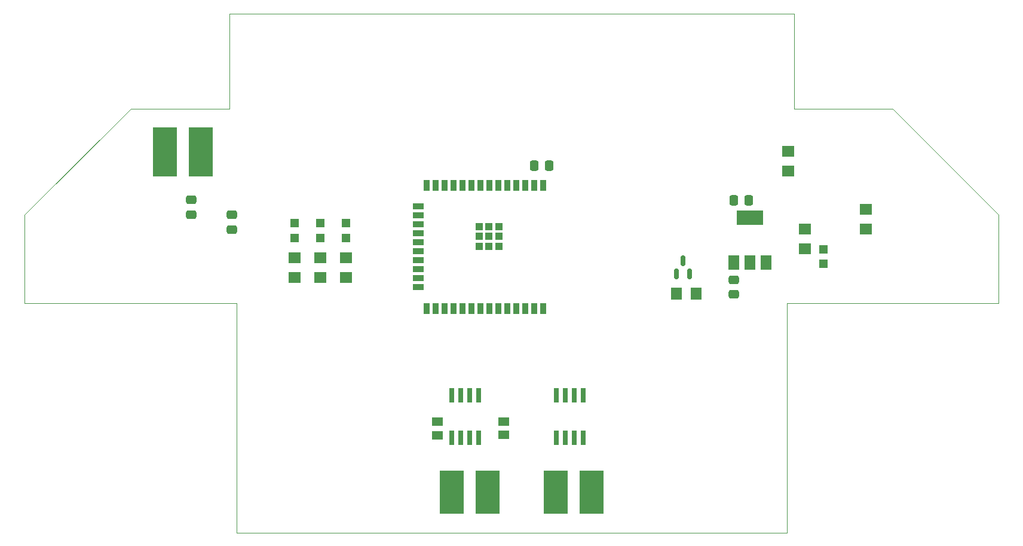
<source format=gbr>
%TF.GenerationSoftware,KiCad,Pcbnew,(7.0.0)*%
%TF.CreationDate,2023-10-30T21:57:29-03:00*%
%TF.ProjectId,Main_Board_COYOTE_TB67H451AFNG,4d61696e-5f42-46f6-9172-645f434f594f,rev?*%
%TF.SameCoordinates,Original*%
%TF.FileFunction,Paste,Top*%
%TF.FilePolarity,Positive*%
%FSLAX46Y46*%
G04 Gerber Fmt 4.6, Leading zero omitted, Abs format (unit mm)*
G04 Created by KiCad (PCBNEW (7.0.0)) date 2023-10-30 21:57:29*
%MOMM*%
%LPD*%
G01*
G04 APERTURE LIST*
G04 Aperture macros list*
%AMRoundRect*
0 Rectangle with rounded corners*
0 $1 Rounding radius*
0 $2 $3 $4 $5 $6 $7 $8 $9 X,Y pos of 4 corners*
0 Add a 4 corners polygon primitive as box body*
4,1,4,$2,$3,$4,$5,$6,$7,$8,$9,$2,$3,0*
0 Add four circle primitives for the rounded corners*
1,1,$1+$1,$2,$3*
1,1,$1+$1,$4,$5*
1,1,$1+$1,$6,$7*
1,1,$1+$1,$8,$9*
0 Add four rect primitives between the rounded corners*
20,1,$1+$1,$2,$3,$4,$5,0*
20,1,$1+$1,$4,$5,$6,$7,0*
20,1,$1+$1,$6,$7,$8,$9,0*
20,1,$1+$1,$8,$9,$2,$3,0*%
G04 Aperture macros list end*
%ADD10R,3.500000X6.160000*%
%ADD11R,3.500000X6.180000*%
%ADD12R,1.198880X1.198880*%
%ADD13R,0.900000X1.500000*%
%ADD14R,1.500000X0.900000*%
%ADD15R,1.000000X1.000000*%
%ADD16R,1.498600X1.300480*%
%ADD17RoundRect,0.250000X0.475000X-0.337500X0.475000X0.337500X-0.475000X0.337500X-0.475000X-0.337500X0*%
%ADD18R,1.500000X2.000000*%
%ADD19R,3.800000X2.000000*%
%ADD20RoundRect,0.250000X0.337500X0.475000X-0.337500X0.475000X-0.337500X-0.475000X0.337500X-0.475000X0*%
%ADD21R,1.803400X1.600200*%
%ADD22RoundRect,0.250000X-0.475000X0.337500X-0.475000X-0.337500X0.475000X-0.337500X0.475000X0.337500X0*%
%ADD23R,1.600200X1.803400*%
%ADD24R,3.500000X7.000000*%
%ADD25R,0.711200X2.000000*%
%ADD26RoundRect,0.150000X0.150000X-0.587500X0.150000X0.587500X-0.150000X0.587500X-0.150000X-0.587500X0*%
%TA.AperFunction,Profile*%
%ADD27C,0.100000*%
%TD*%
G04 APERTURE END LIST*
D10*
%TO.C,J6*%
X139799999Y-139209999D03*
D11*
X144879999Y-139199999D03*
%TD*%
D12*
%TO.C,D1*%
X117522499Y-101110979D03*
X117522499Y-103209019D03*
%TD*%
%TO.C,D3*%
X124822499Y-101110979D03*
X124822499Y-103209019D03*
%TD*%
D13*
%TO.C,U3*%
X152773749Y-95704999D03*
X151503749Y-95704999D03*
X150233749Y-95704999D03*
X148963749Y-95704999D03*
X147693749Y-95704999D03*
X146423749Y-95704999D03*
X145153749Y-95704999D03*
X143883749Y-95704999D03*
X142613749Y-95704999D03*
X141343749Y-95704999D03*
X140073749Y-95704999D03*
X138803749Y-95704999D03*
X137533749Y-95704999D03*
X136263749Y-95704999D03*
D14*
X135013749Y-98744999D03*
X135013749Y-100014999D03*
X135013749Y-101284999D03*
X135013749Y-102554999D03*
X135013749Y-103824999D03*
X135013749Y-105094999D03*
X135013749Y-106364999D03*
X135013749Y-107634999D03*
X135013749Y-108904999D03*
X135013749Y-110174999D03*
D13*
X136263749Y-113204999D03*
X137533749Y-113204999D03*
X138803749Y-113204999D03*
X140073749Y-113204999D03*
X141343749Y-113204999D03*
X142613749Y-113204999D03*
X143883749Y-113204999D03*
X145153749Y-113204999D03*
X146423749Y-113204999D03*
X147693749Y-113204999D03*
X148963749Y-113204999D03*
X150233749Y-113204999D03*
X151503749Y-113204999D03*
X152773749Y-113204999D03*
D15*
X146453749Y-101554999D03*
X145053749Y-101554999D03*
X143653749Y-101554999D03*
X146453749Y-102954999D03*
X145053749Y-102954999D03*
X143653749Y-102954999D03*
X146453749Y-104354999D03*
X145053749Y-104354999D03*
X143653749Y-104354999D03*
%TD*%
D12*
%TO.C,D4*%
X192469999Y-106875039D03*
X192469999Y-104776999D03*
%TD*%
D16*
%TO.C,C10*%
X137719999Y-131092499D03*
X137719999Y-129187499D03*
%TD*%
D17*
%TO.C,C6*%
X108642500Y-101985000D03*
X108642500Y-99910000D03*
%TD*%
D18*
%TO.C,U1*%
X179719999Y-106649999D03*
X182019999Y-106649999D03*
D19*
X182019999Y-100349999D03*
D18*
X184319999Y-106649999D03*
%TD*%
D20*
%TO.C,C8*%
X153578750Y-92926250D03*
X151503750Y-92926250D03*
%TD*%
D21*
%TO.C,R2*%
X187482499Y-90932999D03*
X187482499Y-93726999D03*
%TD*%
D22*
%TO.C,C3*%
X102880000Y-97777500D03*
X102880000Y-99852500D03*
%TD*%
D23*
%TO.C,R6*%
X171602999Y-111099999D03*
X174396999Y-111099999D03*
%TD*%
D24*
%TO.C,J2*%
X99179999Y-90959999D03*
X104259999Y-90959999D03*
%TD*%
D21*
%TO.C,R1*%
X198472499Y-99130999D03*
X198472499Y-101924999D03*
%TD*%
%TO.C,R3*%
X117522499Y-108777999D03*
X117522499Y-105983999D03*
%TD*%
D25*
%TO.C,U4*%
X158379999Y-125439999D03*
X157109999Y-125439999D03*
X155839999Y-125439999D03*
X154569999Y-125439999D03*
X154569999Y-131439999D03*
X155839999Y-131439999D03*
X157109999Y-131439999D03*
X158379999Y-131439999D03*
%TD*%
D17*
%TO.C,C2*%
X179720000Y-111167500D03*
X179720000Y-109092500D03*
%TD*%
D10*
%TO.C,J5*%
X154543320Y-139209999D03*
X159623320Y-139209999D03*
%TD*%
D26*
%TO.C,Q1*%
X171603000Y-108297500D03*
X173503000Y-108297500D03*
X172553000Y-106422500D03*
%TD*%
D16*
%TO.C,C9*%
X147169999Y-131082499D03*
X147169999Y-129177499D03*
%TD*%
D21*
%TO.C,R9*%
X189859999Y-101924999D03*
X189859999Y-104718999D03*
%TD*%
%TO.C,R4*%
X121172499Y-108777999D03*
X121172499Y-105983999D03*
%TD*%
D12*
%TO.C,D2*%
X121172499Y-101110979D03*
X121172499Y-103209019D03*
%TD*%
D25*
%TO.C,U5*%
X143559999Y-125439999D03*
X142289999Y-125439999D03*
X141019999Y-125439999D03*
X139749999Y-125439999D03*
X139749999Y-131439999D03*
X141019999Y-131439999D03*
X142289999Y-131439999D03*
X143559999Y-131439999D03*
%TD*%
D21*
%TO.C,R5*%
X124762499Y-108777999D03*
X124762499Y-105983999D03*
%TD*%
D20*
%TO.C,C5*%
X181850000Y-97830000D03*
X179775000Y-97830000D03*
%TD*%
D27*
X187281250Y-144905000D02*
X187281250Y-112405000D01*
X79281250Y-99905000D02*
X79281250Y-112405000D01*
X217281250Y-112405000D02*
X217281250Y-99905000D01*
X108281250Y-71405000D02*
X108281250Y-84905000D01*
X187281250Y-112405000D02*
X217281250Y-112405000D01*
X109281250Y-112405000D02*
X109281250Y-144905000D01*
X94281250Y-84905000D02*
X79281250Y-99905000D01*
X188281250Y-84905000D02*
X188281250Y-71405000D01*
X202281250Y-84905000D02*
X188281250Y-84905000D01*
X217281250Y-99905000D02*
X202281250Y-84905000D01*
X188281250Y-71405000D02*
X108281250Y-71405000D01*
X79281250Y-112405000D02*
X109281250Y-112405000D01*
X109281250Y-144905000D02*
X187281250Y-144905000D01*
X108281250Y-84905000D02*
X94281250Y-84905000D01*
M02*

</source>
